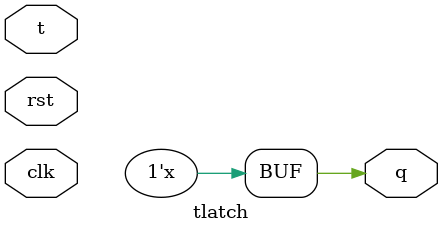
<source format=v>
module tlatch(t,clk,rst,q);
  input clk,rst,t;
  output reg q;
  reg temp;
  
  always@(clk,rst,t)
    begin
      if(clk)
        if(rst)
          temp<=0;
        else
          if(t)
            temp<=~temp;
          else
            temp<=temp;
      
      q<=temp;       
     
    end
  
endmodule

</source>
